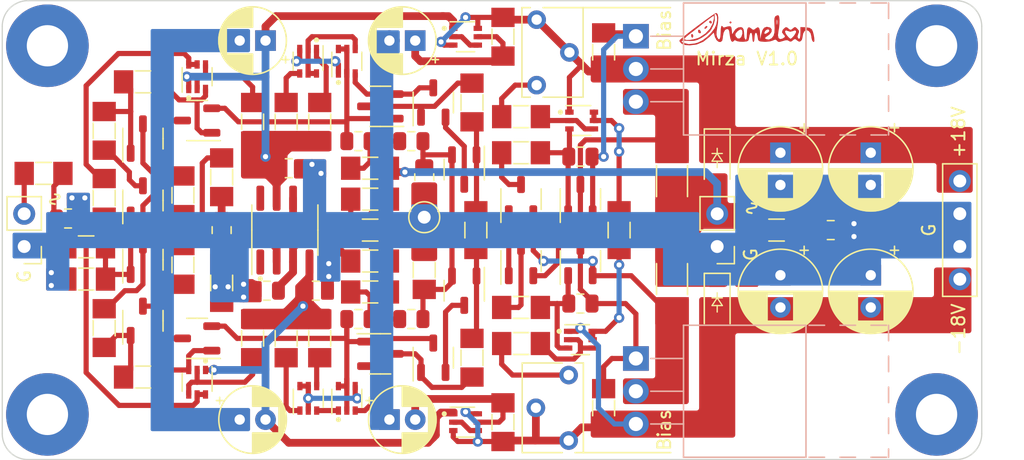
<source format=kicad_pcb>
(kicad_pcb (version 20221018) (generator pcbnew)
  (layers (0 "F.Cu" signal) (31 "B.Cu" signal) (34 "B.Paste" user) (35 "F.Paste" user) (36 "B.SilkS" user "B.Silkscreen") (37 "F.SilkS" user "F.Silkscreen") (38 "B.Mask" user) (39 "F.Mask" user) (44 "Edge.Cuts" user))
  (net 0 "")
  (net 1 "GND")
  (net 2 "Net-(Q10B-C2)")
  (net 6 "Net-(U1--)")
  (net 7 "Net-(U1-+)")
  (net 8 "Net-(C2-Pad2)")
  (net 9 "Net-(Q9B-E2)")
  (net 10 "Net-(Q9A-E1)")
  (net 11 "Net-(Q7-C)")
  (net 12 "Net-(Q7-B)")
  (net 13 "Net-(Q6-B)")
  (net 14 "Net-(Q5-E)")
  (net 15 "Net-(Q4-E)")
  (net 16 "Net-(Q4-C)")
  (net 17 "Net-(Q3-E)")
  (net 18 "Net-(Q3-C)")
  (net 19 "Net-(Q3-B)")
  (net 20 "Net-(Q2B-C2)")
  (net 21 "Net-(Q2A-C1)")
  (net 22 "Net-(Q2A-B1)")
  (net 23 "Net-(C3-Pad1)")
  (net 24 "Net-(Q23-C)")
  (net 25 "Net-(Q22-E)")
  (net 26 "Net-(Q22-C)")
  (net 27 "Net-(Q24-C)")
  (net 28 "Net-(Q25-E)")
  (net 29 "Net-(Q20B-C2)")
  (net 30 "Net-(Q20A-C1)")
  (net 31 "Net-(Q20A-B1)")
  (net 32 "Net-(Q1B-C2)")
  (net 33 "Net-(Q1A-C1)")
  (net 34 "Net-(Q1A-B1)")
  (net 35 "Net-(Q21B-C2)")
  (net 36 "Net-(C9-Pad2)")
  (net 37 "Net-(Q19A-B1)")
  (net 38 "Net-(Q17-E)")
  (net 39 "Net-(Q17-B)")
  (net 40 "Net-(Q16-C)")
  (net 41 "Net-(Q16-B)")
  (net 42 "Net-(Q15-C)")
  (net 43 "Net-(Q14-E)")
  (net 44 "Net-(Q13-E)")
  (net 45 "Net-(Q12B-E2)")
  (net 46 "Net-(Q12A-E1)")
  (net 47 "Net-(Q11B-E2)")
  (net 48 "Net-(Q11B-C2)")
  (net 49 "Net-(Q11A-E1)")
  (net 50 "Net-(Q11A-B1)")
  (net 51 "Net-(Q10B-E2)")
  (net 52 "Net-(Q10A-E1)")
  (net 53 "Net-(Q10A-B1)")
  (net 54 "Net-(C11-Pad2)")
  (net 55 "Net-(Q21A-C1)")
  (net 56 "Net-(C1-Pad2)")
  (net 57 "VCC")
  (net 58 "VEE")
  (net 59 "-18V")
  (net 60 "+18V")
  (net 61 "Amp_Out")
  (net 62 "Amp_FB")
  (net 63 "Net-(Q21A-B1)")
  (net 64 "Net-(J1-Pin_2)")
  (net 65 "Net-(Q23-E)")
  (net 66 "Net-(R25-Pad1)")
  (net 67 "Net-(R28-Pad2)")
  (net 68 "Net-(Q28B-B2)")
  (net 69 "Net-(Q28A-B1)")
  (net 70 "Net-(Q19B-B2)")
  (footprint "Resistor_SMD:R_MiniMELF_MMA-0204" (layer "F.Cu") (at 110.8 66.7 90)
    (fp_text reference "R19" hide)
    (fp_text value "100k" hide)
  )
  (footprint "Resistor_SMD:R_MiniMELF_MMA-0204" (layer "F.Cu") (at 93.5 58.3 90)
    (fp_text reference "R5" hide)
    (fp_text value "560" hide)
  )
  (footprint "Resistor_SMD:R_MiniMELF_MMA-0204" (layer "F.Cu") (at 80.6 68)
    (fp_text reference "R2" hide)
    (fp_text value "68" hide)
  )
  (footprint "Capacitor_THT:CP_Radial_D5.0mm_P2.00mm" (layer "F.Cu") (at 104.1 81.4)
    (fp_text reference "C21" hide)
    (fp_text value "68u" hide)
  )
  (footprint "Ariamelon-Device:C_0805_2012Metric" (layer "F.Cu") (at 91.1 66.7 90)
    (fp_text reference "C11" hide)
    (fp_text value "1u" hide)
  )
  (footprint "Ariamelon-Package:SOT-23-3" (layer "F.Cu") (at 89.2 58.2 180)
    (fp_text reference "Q5" hide)
    (fp_text value "2SC3324" hide)
  )
  (footprint "Capacitor_THT:CP_Radial_D5.0mm_P2.00mm" (layer "F.Cu") (at 106.1 52 180)
    (fp_text reference "C18" hide)
    (fp_text value "68u" hide)
  )
  (footprint "Resistor_SMD:R_MiniMELF_MMA-0204" (layer "F.Cu") (at 102.6 71.5)
    (fp_text reference "R16" hide)
    (fp_text value "2k2" hide)
  )
  (footprint "Resistor_SMD:R_MiniMELF_MMA-0204" (layer "F.Cu") (at 91.1 70.8 90)
    (fp_text reference "R34" hide)
    (fp_text value "1M" hide)
  )
  (footprint "Ariamelon-Package:SOT-23-3" (layer "F.Cu") (at 85 64.4 90)
    (fp_text reference "Q3" hide)
    (fp_text value "2SA1312" hide)
  )
  (footprint "Ariamelon-Device:C_0805_2012Metric" (layer "F.Cu") (at 118.9 61)
    (fp_text reference "C7" hide)
    (fp_text value "100p" hide)
  )
  (footprint "Ariamelon-Package:SOT-23-3" (layer "F.Cu") (at 107.5 76.6 90)
    (fp_text reference "Q18" hide)
    (fp_text value "2SC3324" hide)
  )
  (footprint "Resistor_SMD:R_MiniMELF_MMA-0204" (layer "F.Cu") (at 110.5 56.8 -90)
    (fp_text reference "R18" hide)
    (fp_text value "220" hide)
  )
  (footprint "Capacitor_THT:CP_Radial_D6.3mm_P2.50mm" (layer "F.Cu") (at 134.4 70.2 -90)
    (fp_text reference "C13" hide)
    (fp_text value "100u" hide)
  )
  (footprint "Ariamelon-Package:SOT-363_SC-70-6" (layer "F.Cu") (at 110 51.7)
    (fp_text reference "Q19" hide)
    (fp_text value "PMP4201Y" hide)
  )
  (footprint "Resistor_SMD:R_MiniMELF_MMA-0204" (layer "F.Cu") (at 114.3 60.7)
    (fp_text reference "R26" hide)
    (fp_text value "68" hide)
  )
  (footprint "Resistor_SMD:R_MiniMELF_MMA-0204" (layer "F.Cu") (at 77.3 62.3 180)
    (fp_text reference "R1" hide)
    (fp_text value "2k2" hide)
  )
  (footprint "Capacitor_THT:CP_Radial_D6.3mm_P2.50mm" (layer "F.Cu") (at 141.400001 70.2 -90)
    (fp_text reference "C15" hide)
    (fp_text value "100u" hide)
  )
  (footprint "MountingHole:MountingHole_3.2mm_M3_Pad" (layer "F.Cu") (at 77.6 52.4)
    (fp_text reference "H2" hide)
    (fp_text value "M3" hide)
  )
  (footprint "Resistor_SMD:R_MiniMELF_MMA-0204" (layer "F.Cu") (at 93.5 75.1 90)
    (fp_text reference "R10" hide)
    (fp_text value "560" hide)
  )
  (footprint "Resistor_SMD:R_MiniMELF_MMA-0204" (layer "F.Cu") (at 102.6075 66.7)
    (fp_text reference "R37" hide)
    (fp_text value "150" hide)
  )
  (footprint "Connector_PinHeader_2.54mm:PinHeader_1x02_P2.54mm_Vertical" (layer "F.Cu") (at 129.5 67.975 180)
    (fp_text reference "J2" hide)
    (fp_text value "Out" hide)
  )
  (footprint "Ariamelon-Package:SOT-23-3" (layer "F.Cu") (at 109.9 62 -90)
    (fp_text reference "Q16" hide)
    (fp_text value "2SA1312" hide)
  )
  (footprint "Resistor_SMD:R_MiniMELF_MMA-0204" (layer "F.Cu") (at 114.3 57.9)
    (fp_text reference "R25" hide)
    (fp_text value "220" hide)
  )
  (footprint "Ariamelon-Device:C_0805_2012Metric" (layer "F.Cu") (at 96.3 61.9)
    (fp_text reference "C16" hide)
    (fp_text value "100n" hide)
  )
  (footprint "Ariamelon-Device:C_0805_2012Metric" (layer "F.Cu") (at 138.3 66.7 180)
    (fp_text reference "C9" hide)
    (fp_text value "100p" hide)
  )
  (footprint "Ariamelon-Package:SOT-23-3" (layer "F.Cu") (at 107.5 56.8 90)
    (fp_text reference "Q15" hide)
    (fp_text value "2SA1312" hide)
  )
  (footprint "Resistor_SMD:R_MiniMELF_MMA-0204" (layer "F.Cu") (at 120.7 52.9 -90)
    (fp_text reference "R29" hide)
    (fp_text value "220" hide)
  )
  (footprint "Resistor_SMD:R_MiniMELF_MMA-0204" (layer "F.Cu") (at 106.8 69.8 -90)
    (fp_text reference "R23" hide)
    (fp_text value "1M" hide)
  )
  (footprint "Package_TO_SOT_SMD:SOT-363_SC-70-6" (layer "F.Cu") (at 97.814997 79.75 90)
    (fp_text reference "Q12" hide)
    (fp_text value "PMP4201Y" hide)
  )
  (footprint "Ariamelon-Logo:Ariamelon_Logo_Small_CU" (layer "F.Cu") (at 131.8 51.1)
    (fp_text reference "A1" hide)
    (fp_text value "Ariamelon Logo" hide)
  )
  (footprint "Ariamelon-Package:SOT-23-3" (layer "F.Cu") (at 114.3 64.3 90)
    (fp_text reference "Q22" hide)
    (fp_text value "2SA1312" hide)
  )
  (footprint "Capacitor_THT:CP_Radial_D6.3mm_P2.50mm" (layer "F.Cu") (at 134.4 60.7 -90)
    (fp_text reference "C12" hide)
    (fp_text value "100u" hide)
  )
  (footprint "Ariamelon-Package:SOT-23-3" (layer "F.Cu") (at 118.9 69.1 90)
    (fp_text reference "Q25" hide)
    (fp_text value "2SA1312" hide)
  )
  (footprint "Ariamelon-Package:SOT-363_SC-70-6" (layer "F.Cu") (at 119 58.2)
    (fp_text reference "Q20" hide)
    (fp_text value "PMP5201Y" hide)
  )
  (footprint "Ariamelon-Package:SOT-23-3" (layer "F.Cu") (at 89.2 75.1 180)
    (fp_text reference "Q8" hide)
    (fp_text value "2SA1312" hide)
  )
  (footprint "Ariamelon-Device:C_0805_2012Metric" (layer "F.Cu") (at 79.2 65.8 180)
    (fp_text reference "C1" hide)
    (fp_text value "100p" hide)
  )
  (footprint "MountingHole:MountingHole_3.2mm_M3_Pad" (layer "F.Cu") (at 77.6 81)
    (fp_text reference "H3" hide)
    (fp_text value "M3" hide)
  )
  (footprint "Ariamelon-Device:C_0805_2012Metric" (layer "F.Cu") (at 106.8 62.6 -90)
    (fp_text reference "C6" hide)
    (fp_text value "47p" hide)
  )
  (footprint "Ariamelon-Package:SOT-23-3" (layer "F.Cu") (at 85 73.7375 90)
    (fp_text reference "Q7" hide)
    (fp_text value "2SA1312" hide)
  )
  (footprint "Ariamelon-Package:SOT-23-3" (layer "F.Cu") (at 85 59.6 90)
    (fp_text reference "Q6" hide)
    (fp_text value "2SC3324" hide)
  )
  (footprint "Ariamelon-Device:C_0805_2012Metric" (layer "F.Cu") (at 105.8 73.6)
    (fp_text reference "C5" hide)
    (fp_text value "100p" hide)
  )
  (footprint "Resistor_SMD:R_MiniMELF_MMA-0204" (layer "F.Cu") (at 82 74.3 90)
    (fp_text reference "R8" hide)
    (fp_text value "10" hide)
  )
  (footprint "Ariamelon-Package:SOT-363_SC-70-6" (layer "F.Cu") (at 89.2 54.8 90)
    (fp_text reference "Q1" hide)
    (fp_text value "PMP5201Y" hide)
  )
  (footprint "Resistor_SMD:R_MiniMELF_MMA-0204" (layer "F.Cu") (at 120.7 80.5 90)
    (fp_text reference "R30" hide)
    (fp_text value "220" hide)
  )
  (footprint "Ariamelon-Package:SOT-363_SC-70-6" (layer "F.Cu") (at 118.9 75.2)
    (fp_text reference "Q21" hide)
    (fp_text value "PMP4201Y" hide)
  )
  (footprint "Resistor_SMD:R_MiniMELF_MMA-0204" (layer "F.Cu") (at 98.7 58.3 -90)
    (fp_text reference "R17" hide)
    (fp_text value "220" hide)
  )
  (footprint "Ariamelon-Package:SOT-23-3" (layer "F.Cu") (at 85 69 90)
    (fp_text reference "Q4" hide)
    (fp_text value "2SC3324" hide)
  )
  (footprint "Resistor_SMD:R_MiniMELF_MMA-0204" (layer "F.Cu") (at 85 78.1 180)
    (fp_text reference "R9" hide)
    (fp_text value "68" hide)
  )
  (footprint "Ariamelon-Device:C_0805_2012Metric" (layer "F.Cu") (at 101.7 73.6 180)
    (fp_text reference "C3" hide)
    (fp_text value "47p" hide)
  )
  (footprint "Resistor_SMD:R_MiniMELF_MMA-0204" (layer "F.Cu") (at 98.7 75.1 90)
    (fp_text reference "R14" hide)
    (fp_text value "560" hide)
  )
  (footprint "Ariamelon-Package:SOT-363_SC-70-6" (layer "F.Cu") (at 97.8 53.6 -90)
    (fp_text reference "Q9" hide)
    (fp_text value "PMP5201Y" hide)
  )
  (footprint "Ariamelon-Package:SOT-23-3" (layer "F.Cu") (at 103.4 57.1 180)
    (fp_text reference "Q13" hide)
    (fp_text value "2SC3324" hide)
  )
  (footprint "Ariamelon-Device:C_0805_2012Metric" (layer "F.Cu") (at 94.6 71.4)
    (fp_text reference "C10" hide)
    (fp_text value "1u" hide)
  )
  (footprint "Ariamelon-Package:SOT-363_SC-70-6" (layer "F.Cu") (at 110 81.6)
    (fp_text reference "Q28" hide)
    (fp_text value "PMP5201Y" hide)
  )
  (footprint "Resistor_SMD:R_MiniMELF_MMA-0204" (layer "F.Cu") (at 85 55.2)
    (fp_text reference "R6" hide)
    (fp_text value "68" hide)
  )
  (footprint "Ariamelon-Device:C_0805_2012Metric" (layer "F.Cu") (at 118.9 72.4 180)
    (fp_text reference "C8" hide)
    (fp_text value "100p" hide)
  )
  (footprint "Ariamelon-Device:D_SOD-123" (layer "F.Cu") (at 129.5 61.105 -90)
    (fp_text reference "D1" hide)
    (fp_text value "1N4148W" hide)
  )
  (footprint "Ariamelon-Package:SOT-363_SC-70-6" (layer "F.Cu") (at 100.799997 79.749998 90)
    (fp_text reference "Q11" hide)
    (fp_text value "PMP4201Y" hide)
  )
  (footprint "Ariamelon-Device:C_0805_2012Metric" (layer "F.Cu") (at 105.8 59.8)
    (fp_text reference "C4" hide)
    (fp_text value "100p" hide)
  )
  (footprint "Resistor_SMD:R_MiniMELF_MMA-0204" (layer "F.Cu") (at 88.1 69.4 90)
    (fp_text reference "R13" hide)
    (fp_text value "68" hide)
  )
  (footprint "Ariamelon-Header:PinHeader_1x04_P2.54mm_Vertical_MiddleGND" (layer "F.Cu") (at 148.3 66.7)
    (fp_text reference "J3" hide)
    (fp_text value "Power" hide)
  )
  (footprint "Resistor_SMD:R_MiniMELF_MMA-0204" (layer "F.Cu") (at 121.9 66.7 90)
    (fp_text reference "R24" hide)
    (fp_text value "100k" hide)
  )
  (footprint "Resistor_SMD:R_MiniMELF_MMA-0204" (layer "F.Cu") (at 112.9 81.6 90)
    (fp_text reference "R39" hide)
    (fp_text value "2k2" hide)
  )
  (footprint "Resistor_SMD:R_MiniMELF_MMA-0204" (layer "F.Cu") (at 91.1 62.6 90)
    (fp_text reference "R38" hide)
    (fp_text value "100k" hide)
  )
  (footprint "MountingHole:MountingHole_3.2mm_M3_Pad" (layer "F.Cu") (at 146.5 52.4)
    (fp_text reference "H5" hide)
    (fp_text value "M3" hide)
  )
  (footprint "Ariamelon-Package:SOT-363_SC-70-6" (layer "F.Cu") (at 100.8 53.6 90)
    (fp_text reference "Q10" hide)
    (fp_text value "PMP5201Y" hide)
  )
  (footprint "Potentiometer_THT:Potentiometer_Bourns_3266W_Vertical" (layer "F.Cu") (at 115.51 50.375 90)
    (fp_text reference "RV1" hide)
    (fp_text value "1k" hide)
  )
  (footprint "Ariamelon-Package:SOT-23-3" (layer "F.Cu") (at 109.9 71.4 -90)
    (fp_text reference "Q17" hide)
    (fp_text value "2SC3324" hide)
  )
  (footprint "Ariamelon-Device:D_SOD-123" (layer "F.Cu") (at 129.5 72.305 -90)
    (fp_text reference "D2" hide)
    (fp_text value "1N4148W" hide)
  )
  (footprint "Resistor_SMD:R_MiniMELF_MMA-0204" (layer "F.Cu") (at 88.1 64 90)
    (fp_text reference "R12" hide)
    (fp_text value "68" hide)
  )
  (footprint "Capacitor_THT:CP_Radial_D6.3mm_P2.50mm" (layer "F.Cu") (at 141.4 60.7 -90)
    (fp_text reference "C14" hide)
    (fp_text value "100u" hide)
  )
  (footprint "Resistor_SMD:R_MiniMELF_MMA-0204" (layer "F.Cu") (at 82 64.2 90)
    (fp_text reference "R4" hide)
    (fp_text value "100k" hide)
  )
  (footprint "Resistor_SMD:R_MiniMELF_MMA-0204" (layer "F.Cu") (at 102.6 64.3)
    (fp_text reference "R36" hide)
    (fp_text value "560" hide)
  )
  (footprint "MountingHole:MountingHole_3.2mm_M3_Pad" (layer "F.Cu") (at 146.5 81)
    (fp_text reference "H4" hide)
    (fp_text value "M3" hide)
  )
  (footprint "Resistor_SMD:R_MiniMELF_MMA-0204" (layer "F.Cu") (at 114.3 75.5 180)
    (fp_text reference "R28" hide)
    (fp_text value "220" hide)
  )
  (footprint "Capacitor_THT:CP_Radial_D5.0mm_P2.00mm" (layer "F.Cu") (at 92.5 81.4)
    (fp_text reference "C20" hide)
    (fp_text value "68u" hide)
  )
  (footprint "Ariamelon-Package:SOT-23-3" (layer "F.Cu") (at 114.3 69.1 90)
    (fp_text reference "Q23" hide)
    (fp_text value "2SC3324" hide)
  )
  (footprint "Potentiometer_THT:Potentiometer_Bourns_3266W_Vertical" (layer "F.Cu") (at 117.99 83.025 -90)
    (fp_text reference "RV2" hide)
    (fp_text value "1k" hide)
  )
  (footprint "Resistor_SMD:R_MiniMELF_MMA-0204" (layer "F.Cu") (at 112.9 51.7 -90)
    (fp_text reference "R22" hide)
    (fp_text value "2k2" hide)
  )
  (footprint "Ariamelon-Package:SOT-363_SC-70-6" (layer "F.Cu") (at 89.2 78.5 -90)
    (fp_text reference "Q2" hide)
    (fp_text value "PMP4201Y" hide)
  )
  (footprint "Resistor_SMD:R_MiniMELF_MMA-0204" (layer "F.Cu") (at 96.1 75.1 -90)
    (fp_text reference "R21" hide)
    (fp_text value "220" hide)
  )
  (footprint "Connector_PinHeader_2.54mm:PinHeader_1x02_P2.54mm_Vertical" (layer "F.Cu") (at 75.8 67.975 180)
    (fp_text reference "J1" hide)
    (fp_text value "In" hide)
  )
  (footprint "Resistor_SMD:R_MiniMELF_MMA-0204" (layer "F.Cu") (at 102.6 69.1)
    (fp_text reference "R35" hide)
    (fp_text value "1M" hide)
  )
  (footprint "Capacitor_THT:CP_Radial_D5.0mm_P2.00mm" (layer "F.Cu") (at 94.5 52 180)
    (fp_text reference "C19" hide)
    (fp_text value "68u" hide)
  )
  (footprint "Resistor_SMD:R_MELF_MMB-0207" (layer "F.Cu") (at 126 62.9 90)
    (fp_text reference "R31" hide)
    (fp_text value "0R33" hide)
  )
  (footprint "Resistor_SMD:R_MELF_MMB-0207" (layer "F.Cu") (at 126 70.5 90)
    (fp_text reference "R32" hide)
    (fp_text value "0R33" hide)
  )
  (footprint "Resistor_SMD:R_MiniMELF_MMA-0204" (layer "F.Cu") (at 134.1 66.7 180)
    (fp_text reference "R33" hide)
    (fp_text value "68" hide)
  )
  (footprint "TestPoint:TestPoint_THTPad_D2.0mm_Drill1.0mm" (layer "F.Cu") (at 106.8 65.7)
    (fp_text reference "H1" hide)
    (fp_text value "Star Ground" hide)
  )
  (footprint "Resistor_SMD:R_MiniMELF_MMA-0204" (layer "F.Cu") (at 96.1 58.3 90)
    (fp_text reference "R11" hide)
    (fp_text value "560" hide)
  )
  (footprint "Ariamelon-Package:SOIC-8_3.9x4.9mm_P1.27mm" (layer "F.Cu") (at 96 66.7 90)
    (fp_text reference "U1" hide)
    (fp_text value "OPA604" hide)
  )
  (footprint "Resistor_SMD:R_MiniMELF_MMA-0204" (layer "F.Cu") (at 102.6 61.9 180)
    (fp_text reference "R15" hide)
    (fp_text value "2k2" hide)
  )
  (footprint "Resistor_SMD:R_MiniMELF_MMA-0204" (layer "F.Cu") (at 114.3 72.7 180)
    (fp_text reference "R27" hide)
    (fp_text value "68" hide)
  )
  (footprint "Resistor_SMD:R_MiniMELF_MMA-0204" (layer "F.Cu") (at 80.6 70.5 180)
    (fp_text reference "R3" hide)
    (fp_text value "100k" hide)
  )
  (footprint "Ariamelon-Package:SOT-23-3" (layer "F.Cu") (at 103.4 76.3)
    (fp_text reference "Q14" hide)
    (fp_text value "2SA1312" hide)
  )
  (footprint "Ariamelon-Device:C_0805_2012Metric" (layer "F.Cu") (at 101.7 59.8)
    (fp_text reference "C2" hide)
    (fp_text value "47p" hide)
  )
  (footprint "Ariamelon-Package:SOT-23-3" (layer "F.Cu") (at 118.9 64.3 90)
    (fp_text reference "Q24" hide)
    (fp_text value "2SC3324" hide)
  )
  (footprint "Ariamelon-Device:C_0805_2012Metric" (layer "F.Cu") (at 98.4 71.4)
    (fp_text reference "C17" hide)
    (fp_text value "100n" hide)
  )
  (footprint "Resistor_SMD:R_MiniMELF_MMA-0204" (layer "F.Cu") (at 110.5 76.6 -90)
    (fp_text reference "R20" hide)
    (fp_text value "220" hide)
  )
  (footprint "Resistor_SMD:R_MiniMELF_MMA-0204" (layer "F.Cu") (at 82 59 90)
    (fp_text reference "R7" hide)
    (fp_text value "10" hide)
  )
  (footprint "Ariamelon-Package:TO-220-3_Horizontal_TabUp" (layer "B.Cu") (at 123.2 54.2 -90)
    (fp_text reference "Q26" hide)
    (fp_text value "D45H11" hide)
  )
  (footprint "Ariamelon-Package:TO-220-3_Horizontal_TabUp" (layer "B.Cu") (at 123.2 79.2 -90)
    (fp_text reference "Q27" hide)
    (fp_text value "D44H11" hide)
  )
  (gr_line (start 119.13 83.96) (end 125.9 83.96) (stroke (width 0.12)) (layer "F.SilkS"))
  (gr_line (start 119.11 49.44) (end 125.88 49.44) (stroke (width 0.12)) (layer "F.SilkS"))
  (gr_arc (start 150 82.5) (mid 149.414214 83.914214) (end 148 84.5) (stroke (width 0.1)) (layer "Edge.Cuts"))
  (gr_line (start 74.1 82.5) (end 74.1 50.9) (stroke (width 0.1)) (layer "Edge.Cuts"))
  (gr_arc (start 76.1 84.5) (mid 74.685786 83.914214) (end 74.100001 82.499999) (stroke (width 0.1)) (layer "Edge.Cuts"))
  (gr_line (start 148 84.5) (end 76.1 84.5) (stroke (width 0.1)) (layer "Edge.Cuts"))
  (gr_arc (start 148 48.9) (mid 149.414214 49.485786) (end 150 50.9) (stroke (width 0.1)) (layer "Edge.Cuts"))
  (gr_line (start 76.1 48.9) (end 148 48.9) (stroke (width 0.1)) (layer "Edge.Cuts"))
  (gr_arc (start 74.099999 50.899999) (mid 74.685785 49.485785) (end 76.1 48.9) (stroke (width 0.1)) (layer "Edge.Cuts"))
  (gr_line (start 150 50.9) (end 150 82.5) (stroke (width 0.1)) (layer "Edge.Cuts"))
  (gr_text "∿" (at 132.1 65 90) (layer "F.SilkS") (effects (font (size 1 1))))
  (gr_text "Bias" (at 125.4 49.5 90) (layer "F.SilkS") (effects (font (size 1 1)) (justify right)))
  (gr_text "Mirza V1.0" (at 131.8 53.4) (layer "F.SilkS") (effects (font (size 1 1))))
  (gr_text "Bias" (at 125.4 83.9 90) (layer "F.SilkS") (effects (font (size 1 1)) (justify left)))
  (gr_text "G" (at 145.9 66.7 90) (layer "F.SilkS") (effects (font (size 1 1))))
  (gr_text "G" (at 75.8 70.3 90) (layer "F.SilkS") (effects (font (size 1 1))))
  (gr_text "-18V" (at 148.2 74.4 90) (layer "F.SilkS") (effects (font (size 1 1))))
  (gr_text "+18V" (at 148.2 59.1 90) (layer "F.SilkS") (effects (font (size 1 1))))
  (gr_text "∿" (at 78.1 64.3 90) (layer "F.SilkS") (effects (font (size 1 1))))
  (gr_text "G" (at 132.1 68.6 90) (layer "F.SilkS") (effects (font (size 1 1))))
  (via (at 92.8 70.9) (size 0.8) (drill 0.4) (layers "F.Cu" "B.Cu") (net 1))
  (via (at 98.799999 62.3) (size 0.8) (drill 0.4) (layers "F.Cu" "B.Cu") (net 1))
  (via (at 90.6 71.1) (size 0.8) (drill 0.4) (layers "F.Cu" "B.Cu") (net 1))
  (via (at 92.8 71.9) (size 0.8) (drill 0.4) (layers "F.Cu" "B.Cu") (net 1))
  (via (at 77.9 70) (size 0.8) (drill 0.4) (layers "F.Cu" "B.Cu") (net 1))
  (via (at 91.6 71.1) (size 0.8) (drill 0.4) (layers "F.Cu" "B.Cu") (net 1))
  (via (at 99.4 70.3) (size 0.8) (drill 0.4) (layers "F.Cu" "B.Cu") (net 1))
  (via (at 140.1 66.2) (size 0.8) (drill 0.4) (layers "F.Cu" "B.Cu") (net 1))
  (via (at 80.5 64.2) (size 0.8) (drill 0.4) (layers "F.Cu" "B.Cu") (net 1))
  (via (at 99.4 69.3) (size 0.8) (drill 0.4) (layers "F.Cu" "B.Cu") (net 1))
  (via (at 79.5 64.2) (size 0.8) (drill 0.4) (layers "F.Cu" "B.Cu") (net 1))
  (via (at 77.900001 71) (size 0.8) (drill 0.4) (layers "F.Cu" "B.Cu") (net 1))
  (via (at 140.099999 67.200001) (size 0.8) (drill 0.4) (layers "F.Cu" "B.Cu") (net 1))
  (via (at 98.1 61.6) (size 0.8) (drill 0.4) (layers "F.Cu" "B.Cu") (net 1))
  (segment (start 101.45 55.25) (end 101.45 54.55) (width 0.4) (layer "F.Cu") (net 2))
  (segment (start 104.5375 56.15) (end 102.35 56.15) (width 0.4) (layer "F.Cu") (net 2))
  (segment (start 102.35 56.15) (end 101.45 55.25) (width 0.4) (layer "F.Cu") (net 2))
  (segment (start 105.95 56.15) (end 106.4375 55.6625) (width 0.4) (layer "F.Cu") (net 2))
  (segment (start 104.5375 56.15) (end 105.95 56.15) (width 0.4) (layer "F.Cu") (net 2))
  (segment (start 106.4375 55.6625) (end 107.5 55.6625) (width 0.4) (layer "F.Cu") (net 2))
  (segment (start 95.365 68.107881) (end 94.857119 67.6) (width 0.6) (layer "F.Cu") (net 6))
  (segment (start 95.365 69.175) (end 95.365 68.107881) (width 0.6) (layer "F.Cu") (net 6))
  (segment (start 94.857119 67.6) (end 91.1 67.6) (width 0.6) (layer "F.Cu") (net 6))
  (segment (start 91.1 67.6) (end 91.1 69.3) (width 0.6) (layer "F.Cu") (net 6))
  (segment (start 101.1 69.1) (end 99.6 67.6) (width 0.6) (layer "F.Cu") (net 7))
  (segment (start 99.6 67.6) (end 97.1 67.6) (width 0.6) (layer "F.Cu") (net 7))
  (segment (start 96.635 69.175) (end 96.635 69.965) (width 0.6) (layer "F.Cu") (net 7))
  (segment (start 97.1 67.6) (end 96.635 68.065) (width 0.6) (layer "F.Cu") (net 7))
  (segment (start 96.635 68.065) (end 96.635 69.175) (width 0.6) (layer "F.Cu") (net 7))
  (segment (start 96.635 69.965) (end 95.5 71.1) (width 0.6) (layer "F.Cu") (net 7))
  (segment (start 102.6 59.8) (end 104.9 59.8) (width 0.4) (layer "F.Cu") (net 8))
  (segment (start 102.6 59.8) (end 102.6 61.4) (width 0.4) (layer "F.Cu") (net 8))
  (segment (start 102.1 61.9) (end 101.1 61.9) (width 0.4) (layer "F.Cu") (net 8))
  (segment (start 102.6 61.4) (end 102.1 61.9) (width 0.4) (layer "F.Cu") (net 8))
  (segment (start 96.45 54.55) (end 96.1 54.9) (width 0.4) (layer "F.Cu") (net 9))
  (segment (start 97.15 54.55) (end 96.45 54.55) (width 0.4) (layer "F.Cu") (net 9))
  (segment (start 96.1 56.8) (end 96.1 54.9) (width 0.4) (layer "F.Cu") (net 9))
  (segment (start 99.2 54.050002) (end 99.2 56.3) (width 0.4) (layer "F.Cu") (net 10))
  (segment (start 98.45 53.300002) (end 99.2 54.050002) (width 0.4) (layer "F.Cu") (net 10))
  (segment (start 98.45 52.65) (end 98.45 53.300002) (width 0.4) (layer "F.Cu") (net 10))
  (segment (start 88.0625 75.1) (end 86.175 75.1) (width 0.4) (layer "F.Cu") (net 11))
  (segment (start 84.05 74.875) (end 82.925 74.875) (width 0.4) (layer "F.Cu") (net 12))
  (segment (start 81.9375 75.8375) (end 81.9 75.8) (width 0.4) (layer "F.Cu") (net 12))
  (segment (start 82.925 74.875) (end 82 75.8) (width 0.4) (layer "F.Cu") (net 12))
  (segment (start 84.05 74.875) (end 84.05 77.55) (width 0.4) (layer "F.Cu") (net 12))
  (segment (start 84.05 57.5) (end 84.05 55.75) (width 0.4) (layer "F.Cu") (net 13))
  (segment (start 84.05 57.5) (end 84.05 60.7375) (width 0.4) (layer "F.Cu") (net 13))
  (segment (start 82 57.5) (end 84.05 57.5) (width 0.4) (layer "F.Cu") (net 13))
  (segment (start 86.4 58.2) (end 88.0625 58.2) (width 0.4) (layer "F.Cu") (net 14))
  (segment (start 85.95 60.7375) (end 85.95 58.65) (width 0.4) (layer "F.Cu") (net 14))
  (segment (start 85.95 58.65) (end 86.4 58.2) (width 0.4) (layer "F.Cu") (net 14))
  (segment (start 83.6 71.4) (end 84.5 71.4) (width 0.4) (layer "F.Cu") (net 15))
  (segment (start 84.5 71.4) (end 85 70.9) (width 0.4) (layer "F.Cu") (net 15))
  (segment (start 85 70.9) (end 85 67.8625) (width 0.4) (layer "F.Cu") (net 15))
  (segment (start 82.2 72.8) (end 83.6 71.4) (width 0.4) (layer "F.Cu") (net 15))
  (segment (start 85 66.2) (end 85.95 67.15) (width 0.4) (layer "F.Cu") (net 16))
  (segment (start 86 62.5) (end 86 63.8) (width 0.4) (layer "F.Cu") (net 16))
  (segment (start 85 61.5) (end 86 62.5) (width 0.4) (layer "F.Cu") (net 16))
  (segment (start 85 64.8) (end 85 66.2) (width 0.4) (layer "F.Cu") (net 16))
  (segment (start 86 63.8) (end 85 64.8) (width 0.4) (layer "F.Cu") (net 16))
  (segment (start 85 58.4625) (end 85 61.5) (width 0.4) (layer "F.Cu") (net 16))
  (segment (start 88.1 62.5) (end 86 62.5) (width 0.4) (layer "F.Cu") (net 16))
  (segment (start 85.95 67.15) (end 85.95 70.1375) (width 0.4) (layer "F.Cu") (net 16))
  (segment (start 84.4125 63.2625) (end 83.95 62.8) (width 0.4) (layer "F.Cu") (net 17))
  (segment (start 85 63.2625) (end 84.4125 63.2625) (width 0.4) (layer "F.Cu") (net 17))
  (segment (start 83.95 62.2) (end 82.45 60.7) (width 0.4) (layer "F.Cu") (net 17))
  (segment (start 83.95 62.8) (end 83.95 62.2) (width 0.4) (layer "F.Cu") (net 17))
  (segment (start 86.7 70.9) (end 86.7 66.7) (width 0.4) (layer "F.Cu") (net 18))
  (segment (start 86.7 70.9) (end 86.7 71.8) (width 0.4) (layer "F.Cu") (net 18))
  (segment (start 86.7 66.7) (end 85.95 65.95) (width 0.4) (layer "F.Cu") (net 18))
  (segment (start 85 72.6) (end 85.9 72.6) (width 0.4) (layer "F.Cu") (net 18))
  (segment (start 85.9 72.6) (end 86.7 71.8) (width 0.4) (layer "F.Cu") (net 18))
  (segment (start 88.1 70.9) (end 86.7 70.9) (width 0.4) (layer "F.Cu") (net 18))
  (segment (start 84.05 70.1375) (end 84.05 65.5375) (width 0.4) (layer "F.Cu") (net 19))
  (segment (start 82.1 68) (end 82.1 70.5) (width 0.4) (layer "F.Cu") (net 19))
  (segment (start 84.05 70.1375) (end 82.4625 70.1375) (width 0.4) (layer "F.Cu") (net 19))
  (segment (start 88.55 76.45) (end 88.55 77.55) (width 0.4) (layer "F.Cu") (net 20))
  (segment (start 88.55 77.55) (end 87.05 77.55) (width 0.4) (layer "F.Cu") (net 20))
  (segment (start 90.3375 76.05) (end 88.95 76.05) (width 0.4) (layer "F.Cu") (net 20))
  (segment (start 88.95 76.05) (end 88.55 76.45) (width 0.4) (layer "F.Cu") (net 20))
  (segment (start 89.2 79.45) (end 89.2 80) (width 0.4) (layer "F.Cu") (net 21))
  (segment (start 80.6 77.75) (end 80.6 67.2) (width 0.4) (layer "F.Cu") (net 21))
  (segment (start 83.15 80.3) (end 80.6 77.75) (width 0.4) (layer "F.Cu") (net 21))
  (segment (start 89.2 80) (end 88.9 80.3) (width 0.4) (layer "F.Cu") (net 21))
  (segment (start 88.9 80.3) (end 83.15 80.3) (width 0.4) (layer "F.Cu") (net 21))
  (segment (start 89.2 79.45) (end 89.85 79.45) (width 0.4) (layer "F.Cu") (net 21))
  (segment (start 80.6 67.2) (end 82 65.8) (width 0.4) (layer "F.Cu") (net 21))
  (segment (start 89.2 78.5) (end 88.775 78.5) (width 0.4) (layer "F.Cu") (net 22))
  (segment (start 89.2 77.55) (end 89.2 78.5) (width 0.4) (layer "F.Cu") (net 22))
  (segment (start 93.5 77.9) (end 93.5 76.6) (width 0.4) (layer "F.Cu") (net 22))
  (segment (start 88.550001 78.724999) (end 88.55 79.45) (width 0.4) (layer "F.Cu") (net 22))
  (segment (start 89.2 78.5) (end 92.9 78.5) (width 0.4) (layer "F.Cu") (net 22))
  (segment (start 88.775 78.5) (end 88.550001 78.724999) (width 0.4) (layer "F.Cu") (net 22))
  (segment (start 92.9 78.5) (end 93.5 77.9) (width 0.4) (layer "F.Cu") (net 22))
  (segment (start 101.1 71.5) (end 102.3 71.5) (width 0.4) (layer "F.Cu") (net 23))
  (segment (start 102.9 73.6) (end 104.9 73.6) (width 0.4) (layer "F.Cu") (net 23))
  (segment (start 102.6 71.8) (end 102.6 73.6) (width 0.4) (layer "F.Cu") (net 23))
  (segment (start 102.3 71.5) (end 102.6 71.8) (width 0.4) (layer "F.Cu") (net 23))
  (segment (start 115.25 70.2375) (end 116.1625 70.2375) (width 0.4) (layer "F.Cu") (net 24))
  (segment (start 117.2 69.2) (end 117.2 67.9) (width 0.4) (layer "F.Cu") (net 24))
  (segment (start 116.1625 70.2375) (end 117.2 69.2) (width 0.4) (layer "F.Cu") (net 24))
  (segment (start 118.9 60.1) (end 118.9 63.1625) (width 0.4) (layer "F.Cu") (net 24))
  (segment (start 118.9 66.2) (end 118.9 63.1625) (width 0.4) (layer "F.Cu") (net 24))
  (segment (start 125.25 59.7) (end 119.3 59.7) (width 0.4) (layer "F.Cu") (net 24))
  (segment (start 117.2 67.9) (end 118.9 66.2) (width 0.4) (layer "F.Cu") (net 24))
  (segment (start 126 60.45) (end 125.25 59.7) (width 0.4) (layer "F.Cu") (net 24))
  (segment (start 119.3 59.7) (end 118.9 60.1) (width 0.4) (layer "F.Cu") (net 24))
  (segment (start 115.35 69.8) (end 115.35 69.85) (width 0.4) (layer "F.Cu") (net 24))
  (segment (start 112.8 60.7) (end 112.8 62.6) (width 0.4) (layer "F.Cu") (net 25))
  (segment (start 113.3625 63.1625) (end 114.3 63.1625) (width 0.4) (layer "F.Cu") (net 25))
  (segment (start 112.8 62.6) (end 113.3625 63.1625) (width 0.4) (layer "F.Cu") (net 25))
  (segment (start 115.25 68.3) (end 115.25 65.4375) (width 0.4) (layer "F.Cu") (net 26))
  (segment (start 122.8375 70.2375) (end 125.55 72.95) (width 0.4) (layer "F.Cu") (net 26))
  (segment (start 116.05 69.1) (end 115.25 68.3) (width 0.4) (layer "F.Cu") (net 26))
  (segment (start 119.85 70.2375) (end 122.8375 70.2375) (width 0.4) (layer "F.Cu") (net 26))
  (segment (start 119.85 69.15) (end 119.85 70.2375) (width 0.4) (layer "F.Cu") (net 26))
  (via (at 119.85 69.1) (size 0.8) (drill 0.4) (layers "F.Cu" "B.Cu") (net 26))
  (via (at 116.05 69.1) (size 0.8) (drill 0.4) (layers "F.Cu" "B.Cu") (net 26))
  (segment (start 116.05 69.1) (end 119.85 69.1) (width 0.4) (layer "B.Cu") (net 26))
  (segment (start 120.7 51.4) (end 122.94 51.4) (width 0.4) (layer "F.Cu") (net 27))
  (segment (start 119.85 62.1) (end 119.85 61.35) (width 0.4) (layer "F.Cu") (net 27))
  (segment (start 120.7 61) (end 119.8 61) (width 0.4) (layer "F.Cu") (net 27))
  (segment (start 119.85 65.4375) (end 119.85 62.1) (width 0.4) (layer "F.Cu") (net 27))
  (via (at 120.7 61) (size 0.8) (drill 0.4) (layers "F.Cu" "B.Cu") (net 27))
  (segment (start 121.4 52) (end 120.7 52.7) (width 0.4) (layer "B.Cu") (net 27))
  (segment (start 121.74 51.66) (end 121.4 52) (width 0.4) (layer "B.Cu") (net 27))
  (segment (start 123.2 51.66) (end 121.74 51.66) (width 0.4) (layer "B.Cu") (net 27))
  (segment (start 120.7 52.7) (end 120.7 61) (width 0.4) (layer "B.Cu") (net 27))
  (segment (start 123.2 73.2) (end 123.2 76.66) (width 0.4) (layer "F.Cu") (net 28))
  (segment (start 122.4 72.4) (end 123.2 73.2) (width 0.4) (layer "F.Cu") (net 28))
  (segment (start 120.7 79) (end 120.7 77.3) (width 0.4) (layer "F.Cu") (net 28))
  (segment (start 119.8 72.4) (end 122.4 72.4) (width 0.4) (layer "F.Cu") (net 28))
  (segment (start 118.9 67.9625) (end 118.9 71.3) (width 0.4) (layer "F.Cu") (net 28))
  (segment (start 121.34 76.66) (end 123.2 76.66) (width 0.4) (layer "F.Cu") (net 28))
  (segment (start 118.9 71.3) (end 119.8 72.2) (width 0.4) (layer "F.Cu") (net 28))
  (segment (start 120.7 77.3) (end 121.34 76.66) (width 0.4) (layer "F.Cu") (net 28))
  (segment (start 118.9 71.3) (end 119.5 71.9) (width 0.4) (layer "F.Cu") (net 28))
  (segment (start 118.05 58.85) (end 118.05 60.95) (width 0.4) (layer "F.Cu") (net 29))
  (segment (start 115.8 60.7) (end 117.7 60.7) (width 0.4) (layer "F.Cu") (net 29))
  (segment (start 116.1 61) (end 115.8 60.7) (width 0.4) (layer "F.Cu") (net 29))
  (segment (start 117.95 65.4375) (end 117.95 61.25) (width 0.4) (layer "F.Cu") (net 29))
  (segment (start 121.9 58.8) (end 121.3 58.2) (width 0.4) (layer "F.Cu") (net 30))
  (segment (start 119.95 58.2) (end 119.95 57.55) (width 0.4) (layer "F.Cu") (net 30))
  (segment (start 121.9 65.2) (end 121.9 60.6) (width 0.4) (layer "F.Cu") (net 30))
  (segment (start 121.8 65.2) (end 121.5 64.9) (width 0.4) (layer "F.Cu") (net 30))
  (segment (start 121.3 58.2) (end 119.95 58.2) (width 0.4) (layer "F.Cu") (net 30))
  (via (at 121.9 58.8) (size 0.8) (drill 0.4) (layers "F.Cu" "B.Cu") (net 30))
  (via (at 121.9 60.6) (size 0.8) (drill 0.4) (layers "F.Cu" "B.Cu") (net 30))
  (segment (start 121.9 58.8) (end 121.9 60.6) (width 0.4) (layer "B.Cu") (net 30))
  (segment (start 118.05 58.2) (end 118.6 58.2) (width 0.4) (layer "F.Cu") (net 31))
  (segment (start 118.05 58.2) (end 116.1 58.2) (width 0.4) (layer "F.Cu") (net 31))
  (segment (start 119.25 58.85) (end 119.95 58.85) (width 0.4) (layer "F.Cu") (net 31))
  (segment (start 118.6 58.2) (end 119.25 58.85) (width 0.4) (layer "F.Cu") (net 31))
  (segment (start 89.2 58.8) (end 89.55 59.15) (width 0.4) (layer "F.Cu") (net 32))
  (segment (start 87.8 56.6) (end 86.5 55.3) (width 0.4) (layer "F.Cu") (net 32))
  (segment (start 86.5 55.3) (end 86.5 55.2) (width 0.4) (layer "F.Cu") (net 32))
  (segment (start 89.85 56.297183) (end 89.547183 56.6) (width 0.4) (layer "F.Cu") (net 32))
  (segment (start 89.55 59.15) (end 90.3375 59.15) (width 0.4) (layer "F.Cu") (net 32))
  (segment (start 89.2 56.6) (end 89.2 58.8) (width 0.4) (layer "F.Cu") (net 32))
  (segment (start 89.85 55.75) (end 89.85 56.297183) (width 0.4) (layer "F.Cu") (net 32))
  (segment (start 89.547183 56.6) (end 89.2 56.6) (width 0.4) (layer "F.Cu") (net 32))
  (segment (start 89.2 56.6) (end 87.8 56.6) (width 0.4) (layer "F.Cu") (net 32))
  (segment (start 88.55 53.35) (end 88.55 53.85) (width 0.4) (layer "F.Cu") (net 33))
  (segment (start 89.2 53.85) (end 88.55 53.85) (width 0.4) (layer "F.Cu") (net 33))
  (segment (start 88.2 53) (end 88.55 53.35) (width 0.4) (layer "F.Cu") (net 33))
  (segment (start 80.6 61.6) (end 80.6 55.5) (width 0.4) (layer "F.Cu") (net 33))
  (segment (start 83.1 53) (end 88.2 53) (width 0.4) (layer "F.Cu") (net 33))
  (segment (start 80.6 55.5) (end 83.1 53) (width 0.4) (layer "F.Cu") (net 33))
  (segment (start 81.7 62.7) (end 80.6 61.6) (width 0.4) (layer "F.Cu") (net 33))
  (segment (start 89.85 53.85) (end 89.85 54.75) (width 0.4) (layer "F.Cu") (net 34))
  (segment (start 93.5 55.6) (end 92.7 54.8) (width 0.4) (layer "F.Cu") (net 34))
  (segment (start 89.425 54.8) (end 89.2 55.025) (width 0.4) (layer "F.Cu") (net 34))
  (segment (start 92.7 54.8) (end 89.425 54.8) (width 0.4) (layer "F.Cu") (net 34))
  (segment (start 93.5 56.8) (end 93.5 55.6) (width 0.4) (layer "F.Cu") (net 34))
  (segment (start 89.2 55.025) (end 89.2 55.75) (width 0.4) (layer "F.Cu") (net 34))
  (segment (start 117.1 75.675) (end 117.1 72.4) (width 0.4) (layer "F.Cu") (net 35))
  (segment (start 116.1 72.4) (end 117.1 72.4) (width 0.4) (layer "F.Cu") (net 35))
  (segment (start 117.95 75.85) (end 117.275 75.85) (width 0.4) (layer "F.Cu") (net 35))
  (segment (start 117.1 72.4) (end 118 72.4) (width 0.4) (layer "F.Cu") (net 35))
  (segment (start 117.95 70.2375) (end 117.95 72.35) (width 0.4) (layer "F.Cu") (net 35))
  (segment (start 115.8 72.7) (end 116.1 72.4) (width 0.4) (layer "F.Cu") (net 35))
  (segment (start 117.275 75.85) (end 117.1 75.675) (width 0.4) (layer "F.Cu") (net 35))
  (segment (start 110.35 52.35) (end 110.95 52.35) (width 0.4) (layer "F.Cu") (net 37))
  (segment (start 109.7 51.7) (end 110.35 52.35) (width 0.4) (layer "F.Cu") (net 37))
  (segment (start 109.05 51.7) (end 109.7 51.7) (width 0.4) (layer "F.Cu") (net 37))
  (segment (start 108.9625 72.5375) (end 108.45 73.05) (width 0.4) (layer "F.Cu") (net 38))
  (segment (start 108.45 77.7375) (end 108.45 73.05) (width 0.4) (layer "F.Cu") (net 38))
  (segment (start 109.8 72.5375) (end 108.9625 72.5375) (width 0.4) (layer "F.Cu") (net 38))
  (segment (start 110.85 70.2625) (end 110.85 74.75) (width 0.4) (layer "F.Cu") (net 39))
  (segment (start 110.85 70.2625) (end 110.85 68.25) (width 0.4) (layer "F.Cu") (net 39))
  (segment (start 106.7 61.6) (end 106.8 61.7) (width 0.4) (layer "F.Cu") (net 40))
  (segment (start 108.85 60.8625) (end 106.7625 60.8625) (width 0.4) (layer "F.Cu") (net 40))
  (segment (start 106.7 60.8) (end 106.7 61.6) (width 0.4) (layer "F.Cu") (net 40))
  (segment (start 106.7 73.6) (end 106.7 71.4) (width 0.4) (layer "F.Cu") (net 40))
  (segment (start 108.95 70.75) (end 108.4 71.3) (width 0.4) (layer "F.Cu") (net 40))
  (segment (start 113.35 70.2375) (end 113.35 66.7) (width 0.4) (layer "F.Cu") (net 40))
  (segment (start 106.8 59.9) (end 106.7 59.8) (width 0.4) (layer "F.Cu") (net 40))
  (segment (start 106.8 73.5) (end 106.7 73.6) (width 0.4) (layer "F.Cu") (net 40))
  (segment (start 106.7 59.8) (end 106.7 60.8) (width 0.4) (layer "F.Cu") (net 40))
  (segment (start 108.4 71.3) (end 106.8 71.3) (width 0.4) (layer "F.Cu") (net 40))
  (segment (start 108.95 70.2625) (end 108.95 60.8625) (width 0.4) (layer "F.Cu") (net 40))
  (segment (start 113.35 65.4375) (end 113.35 66.7) (width 0.4) (layer "F.Cu") (net 40))
  (segment (start 110.85 65.15) (end 110.8 65.2) (width 0.4) (layer "F.Cu") (net 41))
  (segment (start 110.85 60.8625) (end 110.85 65.15) (width 0.4) (layer "F.Cu") (net 41))
  (segment (start 110.85 60.8625) (end 110.85 58.65) (width 0.4) (layer "F.Cu") (net 41))
  (segment (start 109.9 60.2) (end 108.45 58.75) (width 0.4) (layer "F.Cu") (net 42))
  (segment (start 109.9 63.1375) (end 109.9 60.2) (width 0.4) (layer "F.Cu") (net 42))
  (segment (start 108.45 58.75) (end 108.45 57.9375) (width 0.4) (layer "F.Cu") (net 42))
  (segment (start 106.55 78.05) (end 107.4 78.9) (width 0.4) (layer "F.Cu") (net 43))
  (segment (start 109.7 78.9) (end 110.5 78.1) (width 0.4) (layer "F.Cu") (net 43))
  (segment (start 106.1 76.3) (end 106.55 76.75) (width 0.4) (layer "F.Cu") (net 43))
  (segment (start 106.55 76.75) (end 106.55 77.7375) (width 0.4) (layer "F.Cu") (net 43))
  (segment (start 104.5375 76.3) (end 106.1 76.3) (width 0.4) (layer "F.Cu") (net 43))
  (segment (start 107.4 78.9) (end 109.7 78.9) (width 0.4) (layer "F.Cu") (net 43))
  (segment (start 106.55 57.9375) (end 106.55 57.15) (width 0.4) (layer "F.Cu") (net 44))
  (segment (start 107.6 57.1) (end 102.2625 57.1) (width 0.4) (layer "F.Cu") (net 44))
  (segment (start 110.5 55.3) (end 109.4 55.3) (width 0.4) (layer "F.Cu") (net 44))
  (segment (start 109.4 55.3) (end 107.6 57.1) (width 0.4) (layer "F.Cu") (net 44))
  (segment (start 98.464997 78.8) (end 98.464997 76.835003) (width 0.4) (layer "F.Cu") (net 45))
  (segment (start 96.1 80.400002) (end 96.1 76.6) (width 0.4) (layer "F.Cu") (net 46))
  (segment (start 96.1 80.400002) (end 96.399998 80.7) (width 0.4) (layer "F.Cu") (net 46))
  (segment (start 97.164997 80.7) (end 96.399998 80.7) (width 0.4) (layer "F.Cu") (net 46))
  (segment (start 97.814997 79.75) (end 97.814998 80.699997) (width 0.4) (layer "F.Cu") (net 47))
  (segment (start 101.449997 78.799997) (end 101.449998 79.599997) (width 0.4) (layer "F.Cu") (net 47))
  (segment (start 97.814999 78.799998) (end 97.164998 78.799998) (width 0.4) (layer "F.Cu") (net 47))
  (segment (start 97.814999 78.799998) (end 97.814997 79.75) (width 0.4) (layer "F.Cu") (net 47))
  (segment (start 101.449998 79.599997) (end 101.599997 79.749998) (width 0.4) (layer "F.Cu") (net 47))
  (via (at 97.814997 79.75) (size 0.8) (drill 0.4) (layers "F.Cu" "B.Cu") (net 47))
  (via (at 101.599997 79.749998) (size 0.8) (drill 0.4) (layers "F.Cu" "B.Cu") (net 47))
  (segment (start 97.814997 79.75) (end 101.514998 79.749997) (width 0.4) (layer "B.Cu") (net 47))
  (segment (start 102.2625 77.25) (end 103.35 77.25) (width 0.4) (layer "F.Cu") (net 48))
  (segment (start 103.4 75.65) (end 103.9375 75.1125) (width 0.4) (layer "F.Cu") (net 48))
  (segment (start 102.200002 80.699998) (end 103.4 79.5) (width 0.4) (layer "F.Cu") (net 48))
  (segment (start 103.9375 75.1125) (end 107.15 75.1125) (width 0.4) (layer "F.Cu") (net 48))
  (segment (start 101.449997 80.699998) (end 102.200002 80.699998) (width 0.4) (layer "F.Cu") (net 48))
  (segment (start 103.4 79.5) (end 103.4 75.65) (width 0.4) (layer "F.Cu") (net 48))
  (segment (start 98.464997 80.699997) (end 100.149997 80.699998) (width 0.4) (layer "F.Cu") (net 49))
  (segment (start 100.85 75.35) (end 102.2625 75.35) (width 0.4) (layer "F.Cu") (net 50))
  (segment (start 100.8 78.249997) (end 100.799997 78.25) (width 0.4) (layer "F.Cu") (net 50))
  (segment (start 100.8 75.1) (end 100.8 74.3) (width 0.4) (layer "F.Cu") (net 50))
  (segment (start 100.799997 78.25) (end 100.799997 78.799998) (width 0.4) (layer "F.Cu") (net 50))
  (segment (start 92.3 75.1) (end 100.8 75.1) (width 0.4) (layer "F.Cu") (net 50))
  (segment (start 100.8 78.8) (end 100.799999 80.699999) (width 0.4) (layer "F.Cu") (net 50))
  (segment (start 100.8 78.599997) (end 100.8 75.4) (width 0.4) (layer "F.Cu") (net 50))
  (segment (start 91.35 74.15) (end 92.3 75.1) (width 0.4) (layer "F.Cu") (net 50))
  (segment (start 100.8 75.3) (end 100.8 74.4) (width 0.4) (layer "F.Cu") (net 50))
  (segment (start 100.149997 78.799998) (end 100.799997 78.799998) (width 0.4) (layer "F.Cu") (net 50))
  (segment (start 90.3375 74.15) (end 91.35 74.15) (width 0.4) (layer "F.Cu") (net 50))
  (segment (start 97.8 54.55) (end 98.45 54.55) (width 0.4) (layer "F.Cu") (net 51))
  (segment (start 101.45 51.925) (end 101.225 51.7) (width 0.4) (layer "F.Cu") (net 51))
  (segment (start 101.45 52.65) (end 101.45 51.925) (width 0.4) (layer "F.Cu") (net 51))
  (segment (start 101.225 51.7) (end 98.1 51.7) (width 0.4) (layer "F.Cu") (net 51))
  (segment (start 97.8 52.65) (end 97.8 54.55) (width 0.4) (layer "F.Cu") (net 51))
  (segment (start 98.1 51.7) (end 97.8 52) (width 0.4) (layer "F.Cu") (net 51))
  (segment (start 97.8 52) (end 97.8 52.65) (width 0.4) (layer "F.Cu") (net 51))
  (segment (start 97.15 53.35) (end 96.9 53.6) (width 0.4) (layer "F.Cu") (net 52))
  (segment (start 97.15 52.65) (end 97.15 53.35) (width 0.4) (layer "F.Cu") (net 52))
  (segment (start 100.15 53.85) (end 99.9 53.6) (width 0.4) (layer "F.Cu") (net 52))
  (segment (start 100.15 54.55) (end 100.15 53.85) (width 0.4) (layer "F.Cu") (net 52))
  (via (at 99.9 53.6) (size 0.8) (drill 0.4) (layers "F.Cu" "B.Cu") (net 52))
  (via (at 96.9 53.6) (size 0.8) (drill 0.4) (layers "F.Cu" "B.Cu") (net 52))
  (segment (start 96.9 53.6) (end 99.9 53.6) (width 0.4) (layer "B.Cu") (net 52))
  (segment (start 91.35 57.25) (end 92.4 58.3) (width 0.4) (layer "F.Cu") (net 53))
  (segment (start 100.8 54.55) (end 100.8 52.65) (width 0.4) (layer "F.Cu") (net 53))
  (segment (start 100.8 52.65) (end 100.15 52.65) (width 0.4) (layer "F.Cu") (net 53))
  (segment (start 100.8 54.25) (end 100.8 58.3) (width 0.4) (layer "F.Cu") (net 53))
  (segment (start 92.4 58.3) (end 100.8 58.3) (width 0.4) (layer "F.Cu") (net 53))
  (segment (start 104.5375 58.05) (end 100.85 58.05) (width 0.4) (layer "F.Cu") (net 53))
  (segment (start 100.8 58.3) (end 100.8 59.1) (width 0.4) (layer "F.Cu") (net 53))
  (segment (start 90.3375 57.25) (end 91.35 57.25) (width 0.4) (layer "F.Cu") (net 53))
  (segment (start 91.1 65.8) (end 96.3 65.8) (width 0.6) (layer "F.Cu") (net 54))
  (segment (start 91.1 65.8) (end 91.1 64.1) (width 0.6) (layer "F.Cu") (net 54))
  (segment (start 96.635 64.225) (end 96.635 65.465) (width 0.6) (layer "F.Cu") (net 54))
  (segment (start 96.635 65.465) (end 96.3 65.8) (width 0.6) (layer "F.Cu") (net 54))
  (segment (start 119.85 74.55) (end 119.85 75.2) (width 0.4) (layer "F.Cu") (net 55))
  (segment (start 121.9 68.2) (end 121.9 69.4) (width 0.4) (layer "F.Cu") (net 55))
  (segment (start 120.85 74.55) (end 119.85 74.55) (width 0.4) (layer "F.Cu") (net 55))
  (segment (start 121.9 73.5) (end 120.85 74.55) (width 0.4) (layer "F.Cu") (net 55))
  (via (at 121.9 73.5) (size 0.8) (drill 0.4) (layers "F.Cu" "B.Cu") (net 55))
  (via (at 121.9 69.4) (size 0.8) (drill 0.4) (layers "F.Cu" "B.Cu") (net 55))
  (segment (start 121.9 69.4) (end 121.9 73.5) (width 0.4) (layer "B.Cu") (net 55))
  (segment (start 78.1 66.8) (end 79.1 67.8) (width 0.4) (layer "F.Cu") (net 56))
  (segment (start 78.1 63.3) (end 78.1 66.8) (width 0.4) (layer "F.Cu") (net 56))
  (segment (start 78.8 62.6) (end 78.1 63.3) (width 0.4) (layer "F.Cu") (net 56))
  (segment (start 88.55 54.95) (end 88.4 54.8) (width 0.4) (layer "F.Cu") (net 57))
  (segment (start 94.5 50.9) (end 94.5 52) (width 0.6) (layer "F.Cu") (net 57))
  (segment (start 88.55 55.75) (end 88.55 54.95) (width 0.4) (layer "F.Cu") (net 57))
  (segment (start 95.665 60.235) (end 96.1 59.8) (width 0.6) (layer "F.Cu") (net 57))
  (segment (start 108.3 50.1) (end 95.3 50.1) (width 0.6) (layer "F.Cu") (net 57))
  (segment (start 95.3 50.1) (end 94.5 50.9) (width 0.6) (layer "F.Cu") (net 57))
  (via (at 88.4 54.8) (size 0.8) (drill 0.4) (layers "F.Cu" "B.Cu") (net 57))
  (via (at 94.5 61) (size 0.8) (drill 0.4) (layers "F.Cu" "B.Cu") (net 57))
  (segment (start 94.5 54.8) (end 88.4 54.8) (width 0.6) (layer "B.Cu") (net 57))
  (segment (start 94.5 52) (end 94.5 54.8) (width 0.6) (layer "B.Cu") (net 57))
  (segment (start 94.5 61) (end 94.5 54.8) (width 0.6) (layer "B.Cu") (net 57))
  (segment (start 105.5 83.2) (end 107.1 83.2) (width 0.6) (layer "F.Cu") (net 58))
  (segment (start 107.5 82.8) (end 107.7 82.6) (width 0.6) (layer "F.Cu") (net 58))
  (segment (start 107.7 82.6) (end 107.7 81.4) (width 0.6) (layer "F.Cu") (net 58))
  (segment (start 90.5 77.55) (end 89.85 77.55) (width 0.4) (layer "F.Cu") (net 58))
  (segment (start 96.3 83.2) (end 105.5 83.2) (width 0.6) (layer "F.Cu") (net 58))
  (segment (start 107.1 83.2) (end 107.5 82.8) (width 0.6) (layer "F.Cu") (net 58))
  (segment (start 94.5 81.4) (end 96.3 83.2) (width 0.6) (layer "F.Cu") (net 58))
  (via (at 97.4 72.6) (size 0.8) (drill 0.4) (layers "F.Cu" "B.Cu") (net 58))
  (via (at 90.5 77.55) (size 0.8) (drill 0.4) (layers "F.Cu" "B.Cu") (net 58))
  (segment (start 90.5 77.55) (end 94.45 77.55) (width 0.6) (layer "B.Cu") (net 58))
  (segment (start 94.5 81.4) (end 94.5 77.5) (width 0.6) (layer "B.Cu") (net 58))
  (segment (start 94.5 77.5) (end 94.5 75.5) (width 0.6) (layer "B.Cu") (net 58))
  (segment (start 94.5 75.5) (end 97.4 72.6) (width 0.6) (layer "B.Cu") (net 58))
  (segment (start 110.95 80.95) (end 110.15 80.95) (width 0.4) (layer "F.Cu") (net 59))
  (segment (start 115.4 83.025) (end 112.975 83.025) (width 0.6) (layer "F.Cu") (net 59))
  (segment (start 117.95 74.55) (end 118.65 74.55) (width 0.4) (layer "F.Cu") (net 59))
  (segment (start 109.05 82.75) (end 109.05 82.25) (width 0.4) (layer "F.Cu") (net 59))
  (segment (start 109.4 83.1) (end 109.05 82.75) (width 0.4) (layer "F.Cu") (net 59))
  (segment (start 110.15 80.95) (end 110 80.8) (width 0.4) (layer "F.Cu") (net 59))
  (segment (start 110.95 83.05) (end 111 83.1) (width 0.4) (layer "F.Cu") (net 59))
  (segment (start 110.95 83.1) (end 109.4 83.1) (width 0.4) (layer "F.Cu") (net 59))
  (segment (start 112.9 83.1) (end 110.95 83.1) (width 0.4) (layer "F.Cu") (net 59))
  (segment (start 119.015 82) (end 117.99 83.025) (width 0.6) (layer "F.Cu") (net 59))
  (segment (start 115.45 80.485) (end 115.45 82.975) (width 0.6) (layer "F.Cu") (net 59))
  (segment (start 118.65 74.55) (end 118.9 74.3) (width 0.4) (layer "F.Cu") (net 59))
  (segment (start 117.99 83.025) (end 115.4 83.025) (width 0.6) (layer "F.Cu") (net 59))
  (segment (start 120.7 82) (end 119.015 82) (width 0.6) (layer "F.Cu") (net 59))
  (via (at 118.9 74.3) (size 0.8) (drill 0.4) (layers "F.Cu" "B.Cu") (net 59))
  (via (at 110.95 83.1) (size 0.8) (drill 0.4) (layers "F.Cu" "B.Cu") (net 59))
  (via (at 110 80.8) (size 0.8) (drill 0.4) (layers "F.Cu" "B.Cu") (net 59))
  (segment (start 120.3 75.7) (end 120.3 80.5) (width 0.4) (layer "B.Cu") (net 59))
  (segment (start 121.54 81.74) (end 123.2 81.74) (width 0.4) (layer "B.Cu") (net 59))
  (segment (start 118.9 74.3) (end 120.3 75.7) (width 0.4) (layer "B.Cu") (net 59))
  (segment (start 110.95 81.75) (end 110 80.8) (width 0.4) (layer "B.Cu") (net 59))
  (segment (start 110.95 83.05) (end 110.95 81.75) (width 0.4) (layer "B.Cu") (net 59))
  (segment (start 120.3 80.5) (end 121.54 81.74) (width 0.4) (layer "B.Cu") (net 59))
  (segment (start 118.05 54.85) (end 119.0175 53.8825) (width 0.4) (layer "F.Cu") (net 60))
  (segment (start 118.05 52.915) (end 115.51 50.375) (width 0.6) (layer "F.Cu") (net 60))
  (segment (start 120.7 54.4) (end 119.535 54.4) (width 0.6) (layer "F.Cu") (net 60))
  (segment (start 108.35 52.35) (end 108.1 52.1) (width 0.4) (layer "F.Cu") (net 60))
  (segment (start 119.535 54.4) (end 119.0175 53.8825) (width 0.6) (layer "F.Cu") (net 60))
  (segment (start 119.0175 53.8825) (end 118.05 52.915) (width 0.6) (layer "F.Cu") (net 60))
  (segment (start 118.05 57.55) (end 118.05 54.85) (width 0.4) (layer "F.Cu") (net 60))
  (segment (start 115.51 50.375) (end 113.075 50.375) (width 0.6) (layer "F.Cu") (net 60))
  (segment (start 109.05 52.35) (end 108.35 52.35) (width 0.4) (layer "F.Cu") (net 60))
  (segment (start 110 50.2) (end 112.9 50.2) (width 0.4) (layer "F.Cu") (net 60))
  (segment (start 110.95 51.05) (end 110.95 50.25) (width 0.4) (layer "F.Cu") (net 60))
  (via (at 110 50.2) (size 0.8) (drill 0.4) (layers "F.Cu" "B.Cu") (net 60))
  (via (at 108.1 52.1) (size 0.8) (drill 0.4) (layers "F.Cu" "B.Cu") (net 60))
  (segment (start 110 50.2) (end 108.1 52.1) (width 0.4) (layer "B.Cu") (net 60))
  (segment (start 104.1075 71.4925) (end 104.1 71.5) (width 0.4) (layer "F.Cu") (net 61))
  (segment (start 105.3 62.2) (end 104.4 62.2) (width 0.6) (layer "F.Cu") (net 61))
  (segment (start 104.1075 64.3) (end 104.1075 64.3075) (width 0.4) (layer "F.Cu") (net 61))
  (segment (start 104.4075 68.8) (end 104.1075 69.1) (width 0.4) (layer "F.Cu") (net 61))
  (segment (start 102.5 67.7) (end 102.5 65.7) (width 0.6) (layer "F.Cu") (net 61))
  (segment (start 104.1 69.3) (end 102.5 67.7) (width 0.6) (layer "F.Cu") (net 61))
  (segment (start 104.1 64.1) (end 104.1 61.5) (width 0.6) (layer "F.Cu") (net 61))
  (segment (start 104.1 69.3) (end 104.1 71.9) (width 0.6) (layer "F.Cu") (net 61))
  (segment (start 102.5 65.7) (end 104.1 64.1) (width 0.6) (layer "F.Cu") (net 61))
  (via (at 105.3 62.2) (size 0.8) (drill 0.4) (layers "F.Cu" "B.Cu") (net 61))
  (segment (start 128.6 62.2) (end 129.5 63.1) (width 0.6) (layer "B.Cu") (net 61))
  (segment (start 105.3 62.2) (end 128.6 62.2) (width 0.6) (layer "B.Cu") (net 61))
  (segment (start 129.5 63.1) (end 129.5 65.435) (width 0.6) (layer "B.Cu") (net 61))
  (segment (start 91.1 61.1) (end 90 61.1) (width 0.4) (layer "F.Cu") (net 62))
  (segment (start 88.1 65.5) (end 88.1 66.7) (width 0.4) (layer "F.Cu") (net 62))
  (segment (start 101.1075 66.7) (end 89.6 66.7) (width 0.4) (layer "F.Cu") (net 62))
  (segment (start 89.6 66.7) (end 88.1 66.7) (width 0.4) (layer "F.Cu") (net 62))
  (segment (start 88.1 66.7) (end 88.1 67.9) (width 0.4) (layer "F.Cu") (net 62))
  (segment (start 89.6 61.5) (end 89.6 66.7) (width 0.4) (layer "F.Cu") (net 62))
  (segment (start 90 61.1) (end 89.6 61.5) (width 0.4) (layer "F.Cu") (net 62))
  (segment (start 101.1075 64.3) (end 101.1075 66.7) (width 0.4) (layer "F.Cu") (net 62))
  (segment (start 118.7 75.2) (end 118.9 75.4) (width 0.4) (layer "F.Cu") (net 63))
  (segment (start 117.95 75.2) (end 118.7 75.2) (width 0.4) (layer "F.Cu") (net 63))
  (segment (start 119.85 75.85) (end 118.95 75.85) (width 0.4) (layer "F.Cu") (net 63))
  (segment (start 117 76.7) (end 115.8 75.5) (width 0.4) (layer "F.Cu") (net 63))
  (segment (start 118.9 76.2) (end 118.4 76.7) (width 0.4) (layer "F.Cu") (net 63))
  (segment (start 118.9 75.4) (end 118.9 76.2) (width 0.4) (layer "F.Cu") (net 63))
  (segment (start 118.4 76.7) (end 117 76.7) (width 0.4) (layer "F.Cu") (net 63))
  (segment (start 75.8 65.435) (end 75.8 62.3) (width 0.4) (layer "F.Cu") (net 64))
  (segment (start 114.1 72.7) (end 112.8 72.7) (width 0.4) (layer "F.Cu") (net 65))
  (segment (start 114.3 67.9625) (end 114.3 72.5) (width 0.4) (layer "F.Cu") (net 65))
  (segment (start 114.3 72.5) (end 114.1 72.7) (width 0.4) (layer "F.Cu") (net 65))
  (segment (start 113.845 55.455) (end 112.8 56.5) (width 0.4) (layer "F.Cu") (net 66))
  (segment (start 115.51 55.455) (end 113.845 55.455) (width 0.4) (layer "F.Cu") (net 66))
  (segment (start 112.8 56.5) (end 112.8 57.9) (width 0.4) (layer "F.Cu") (net 66))
  (segment (start 117.99 77.945) (end 113.645 77.945) (width 0.4) (layer "F.Cu") (net 67))
  (segment (start 112.8 77.1) (end 113.645 77.945) (width 0.4) (layer "F.Cu") (net 67))
  (segment (start 112.8 75.5) (end 112.8 77.1) (width 0.4) (layer "F.Cu") (net 67))
  (segment (start 112.9 81.3) (end 112.9 80.1) (width 0.4) (layer "F.Cu") (net 68))
  (segment (start 106.5 79.8) (end 112.6 79.8) (width 0.6) (layer "F.Cu") (net 68))
  (segment (start 112.6 81.6) (end 112.9 81.3) (width 0.4) (layer "F.Cu") (net 68))
  (segment (start 110.95 81.6) (end 112.6 81.6) (width 0.4) (layer "F.Cu") (net 68))
  (segment (start 106.1 81.4) (end 106.1 80.2) (width 0.6) (layer "F.Cu") (net 68))
  (segment (start 106.1 80.2) (end 106.5 79.8) (width 0.6) (layer "F.Cu") (net 68))
  (segment (start 109.05 81.6) (end 109.7 81.6) (width 0.4) (layer "F.Cu") (net 69))
  (segment (start 109.7 81.6) (end 110.35 82.25) (width 0.4) (layer "F.Cu") (net 69))
  (segment (start 110.35 82.25) (end 110.95 82.25) (width 0.4) (layer "F.Cu") (net 69))
  (segment (start 106.1 53.2) (end 106.5 53.6) (width 0.6) (layer "F.Cu") (net 70))
  (segment (start 112.9 52.2) (end 112.9 53.2) (width 0.4) (layer "F.Cu") (net 70))
  (segment (start 106.1 51.8) (end 106.1 53.2) (width 0.6) (layer "F.Cu") (net 70))
  (segment (start 112.4 51.7) (end 112.9 52.2) (width 0.4) (layer "F.Cu") (net 70))
  (segment (start 110.95 51.7) (end 112.4 51.7) (width 0.4) (layer "F.Cu") (net 70))
  (segment (start 106.5 53.6) (end 112.5 53.6) (width 0.6) (layer "F.Cu") (net 70))
  (zone (net 58) (net_name "VEE") (layer "F.Cu") (priority 7) (connect_pads yes (clearance 0.2)) (min_thickness 0.2) (fill yes (thermal_gap 0.5) (thermal_bridge_width 0.5) (smoothing fillet) (radius 0.2))
    (polygon (pts (xy 109.375 81.15) (xy 109.375 80.55) (xy 107.975 80.55) (xy 107.4 81.125) (xy 107.4 81.675) (xy 108 81.675) (xy 108 81.375) (xy 108.225 81.15)))
  )
  (zone (net 36) (net_name "Net-(C9-Pad2)") (layer "F.Cu") (priority 9) (connect_pads yes (clearance 0.5)) (min_thickness 0.25) (fill yes (thermal_gap 0.5) (thermal_bridge_width 0.5) (smoothing fillet) (radius 0.2) (island_removal_mode 1) (island_area_min 10))
    (polygon (pts (xy 134.85 65.8) (xy 137.9 65.8) (xy 137.9 67.6) (xy 134.85 67.6)))
  )
  (zone (net 1) (net_name "GND") (layer "F.Cu") (connect_pads yes (clearance 0.5)) (min_thickness 0.25) (fill yes (thermal_gap 0.5) (thermal_bridge_width 0.5))
    (polygon (pts (xy 140.500001 67.600002) (xy 138.700001 67.600001) (xy 138.700001 65.799999) (xy 140.5 65.8)))
  )
  (zone (net 26) (net_name "Net-(Q22-C)") (layer "F.Cu") (priority 2) (connect_pads yes (clearance 0.5)) (min_thickness 0.25) (fill yes (thermal_gap 0.5) (thermal_bridge_width 0.5) (smoothing fillet) (radius 0.2))
    (polygon (pts (xy 127.3 71.9) (xy 127.3 80.2) (xy 122.2 80.2) (xy 122.2 78.2) (xy 124.7 78.2) (xy 124.7 71.9)))
  )
  (zone (net 61) (net_name "Amp_Out") (layer "F.Cu") (priority 3) (connect_pads yes (clearance 0.5)) (min_thickness 0.25) (fill yes (thermal_gap 0.5) (thermal_bridge_width 0.5) (smoothing fillet) (radius 0.2))
    (polygon (pts (xy 124.7 62.3) (xy 124.7 71.1) (xy 130.3 71.1) (xy 130.3 69.4) (xy 128.3 69.4) (xy 128.3 66.6) (xy 131.85 66.6) (xy 131.85 67.6) (xy 133.35 67.6) (xy 133.35 64.6) (xy 130.3 64.6) (xy 130.3 62.3)))
  )
  (zone (net 1) (net_name "GND") (layer "F.Cu") (connect_pads yes (clearance 0.5)) (min_thickness 0.25) (fill yes (thermal_gap 0.5) (thermal_bridge_width 0.5))
    (polygon (pts (xy 99.799999 72.1) (xy 98.8 72.1) (xy 98.8 68.900001) (xy 99.799999 68.9)))
  )
  (zone (net 24) (net_name "Net-(Q23-C)") (layer "F.Cu") (priority 2) (connect_pads yes (clearance 0.5)) (min_thickness 0.25) (fill yes (thermal_gap 0.5) (thermal_bridge_width 0.5) (smoothing fillet) (radius 0.2))
    (polygon (pts (xy 122.2 55.75) (xy 122.2 57.75) (xy 124.7 57.75) (xy 124.7 61.5) (xy 127.3 61.5) (xy 127.3 55.75)))
  )
  (zone (net 59) (net_name "-18V") (layer "F.Cu") (priority 1) (connect_pads yes (clearance 0.5)) (min_thickness 0.25) (fill yes (thermal_gap 0.5) (thermal_bridge_width 0.5) (smoothing fillet) (radius 0.2) (island_removal_mode 1) (island_area_min 10))
    (polygon (pts (xy 149.2 74.7) (xy 130.9 74.7) (xy 130.9 82.8) (xy 119.7 82.8) (xy 119.7 80.7) (xy 128.1 80.7) (xy 128.1 71.9) (xy 146.3 71.9) (xy 146.3 69.6) (xy 149.2 69.6)))
  )
  (zone (net 57) (net_name "VCC") (layer "F.Cu") (priority 4) (connect_pads yes (clearance 0.5)) (min_thickness 0.25) (fill yes (thermal_gap 0.5) (thermal_bridge_width 0.5) (smoothing fillet) (radius 0.2))
    (polygon (pts (xy 95.06 65.2) (xy 95.665 65.2) (xy 95.665 63.235) (xy 96.2 62.7) (xy 96.2 60.9) (xy 96.5 60.6) (xy 99.6 60.6) (xy 99.6 59) (xy 92.6 59) (xy 92.6 62.7) (xy 94.5 62.7) (xy 95.06 63.26)))
  )
  (zone (net 1) (net_name "GND") (layer "F.Cu") (connect_pads yes (clearance 0.5)) (min_thickness 0.25) (fill yes (thermal_gap 0.5) (thermal_bridge_width 0.5))
    (polygon (pts (xy 94.2 70.5) (xy 94.2 72.3) (xy 92.4 72.3) (xy 92.4 70.5)))
  )
  (zone (net 1) (net_name "GND") (layer "F.Cu") (connect_pads yes (clearance 0.5)) (min_thickness 0.25) (fill yes (thermal_gap 0.5) (thermal_bridge_width 0.5))
    (polygon (pts (xy 130.899998 71.1) (xy 130.9 69.3) (xy 132.700001 69.300002) (xy 132.7 71.1)))
  )
  (zone (net 58) (net_name "VEE") (layer "F.Cu") (priority 5) (connect_pads yes (clearance 0.5)) (min_thickness 0.25) (fill yes (thermal_gap 0.5) (thermal_bridge_width 0.5) (smoothing fillet) (radius 0.2))
    (polygon (pts (xy 98.21 72.21) (xy 98.21 68.2) (xy 97.6 68.2) (xy 97.6 70.2) (xy 96.8 71) (xy 96.8 71.9) (xy 95.9 72.8) (xy 92.6 72.8) (xy 92.6 74.4) (xy 99.6 74.4) (xy 99.6 72.8) (xy 98.8 72.8)))
  )
  (zone (net 1) (net_name "GND") (layer "F.Cu") (priority 8) (connect_pads yes (clearance 0.5)) (min_thickness 0.25) (fill yes (thermal_gap 0.5) (thermal_bridge_width 0.5) (smoothing fillet) (radius 0.2))
    (polygon (pts (xy 107.8 63) (xy 107.8 69.1) (xy 105.8 69.1) (xy 105.8 67.6) (xy 103.7 67.6) (xy 103.7 65.8) (xy 105.8 65.8) (xy 105.8 63)))
  )
  (zone (net 1) (net_name "GND") (layer "F.Cu") (connect_pads yes (clearance 0.5)) (min_thickness 0.25) (fill yes (thermal_gap 0.5) (thermal_bridge_width 0.5))
    (polygon (pts (xy 90.2 70.700001) (xy 92.000001 70.699999) (xy 92 73) (xy 90.200001 72.999999)))
  )
  (zone (net 1) (net_name "GND") (layer "F.Cu") (connect_pads yes (clearance 0.5)) (min_thickness 0.25) (fill yes (thermal_gap 0.5) (thermal_bridge_width 0.5))
    (polygon (pts (xy 77.500002 71.400001) (xy 77.499999 69.599999) (xy 79.8 69.6) (xy 79.799999 71.4)))
  )
  (zone (net 1) (net_name "GND") (layer "F.Cu") (connect_pads yes (clearance 0.5)) (min_thickness 0.25) (fill yes (thermal_gap 0.5) (thermal_bridge_width 0.5))
    (polygon (pts (xy 80.9 66.5) (xy 79.100001 66.500001) (xy 79.099998 63.800002) (xy 80.899999 63.800002)))
  )
  (zone (net 60) (net_name "+18V") (layer "F.Cu") (priority 1) (connect_pads yes (clearance 0.5)) (min_thickness 0.25) (fill yes (thermal_gap 0.5) (thermal_bridge_width 0.5) (smoothing fillet) (radius 0.2) (island_removal_mode 1) (island_area_min 10))
    (polygon (pts (xy 130.9 53.15) (xy 130.9 58.7) (xy 149.3 58.7) (xy 149.3 63.8) (xy 146.5 63.8) (xy 146.5 61.5) (xy 128.1 61.5) (xy 128.1 55.25) (xy 119.7 55.25) (xy 119.7 53.15)))
  )
  (zone (net 57) (net_name "VCC") (layer "F.Cu") (priority 6) (connect_pads yes (clearance 0.2)) (min_thickness 0.2) (fill yes (thermal_gap 0.5) (thermal_bridge_width 0.5) (smoothing fillet) (radius 0.2))
    (polygon (pts (xy 107.95 50.4) (xy 108.55 50.4) (xy 108.75 50.6) (xy 108.75 51.25) (xy 109.35 51.25) (xy 109.35 50.35) (xy 108.8 49.8) (xy 107.95 49.8)))
  )
  (zone (net 1) (net_name "GND") (layer "F.Cu") (connect_pads yes (clearance 0.5)) (min_thickness 0.25) (fill yes (thermal_gap 0.5) (thermal_bridge_width 0.5))
    (polygon (pts (xy 96.699998 62.7) (xy 96.7 61.2) (xy 99.200001 61.200003) (xy 99.2 62.7)))
  )
  (zone (net 1) (net_name "GND") (layer "B.Cu") (connect_pads yes (clearance 0.2)) (min_thickness 0.25) (fill yes (thermal_gap 0.5) (thermal_bridge_width 0.5))
    (polygon (pts (xy 93.299995 51.1) (xy 93.299998 52.9) (xy 87.399999 52.899996) (xy 87.399999 65.3) (xy 97.400001 65.3) (xy 97.399999 61.2) (xy 99.2 61.200002) (xy 99.199998 65.3) (xy 102.600008 65.3) (xy 102.6 51.200001) (xy 104.9 51.2) (xy 104.9 53) (xy 104.4 53) (xy 104.4 65.3) (xy 105.8 65.3) (xy 105.8 64.7) (xy 107.8 64.7) (xy 107.8 65.3) (xy 128.1 65.3) (xy 128.1 66.9) (xy 130.9 66.9) (xy 130.9 62.400001) (xy 142.2 62.400008) (xy 142.2 64.499999) (xy 149.2 64.5) (xy 149.2 68.9) (xy 142.199997 68.9) (xy 142.199996 71) (xy 125.3 71) (xy 125.3 68.1) (xy 104.4 68.1) (xy 104.4 80.6) (xy 104.9 80.6) (xy 104.9 82.200154) (xy 102.6 82.200155) (xy 102.600007 68.1) (xy 100.300002 68.1) (xy 100.3 70.7) (xy 98.5 70.700001) (xy 98.499999 68.1) (xy 93.200001 68.1) (xy 93.199999 72.3) (xy 90.2 72.300001) (xy 90.199998 68.1) (xy 87.4 68.1) (xy 87.4 80.5) (xy 93.299997 80.5) (xy 93.3 82.3) (xy 87.4 82.299996) (xy 87.4 82.3) (xy 85.6 82.300001) (xy 85.6 82.299996) (xy 85.599844 82.299996) (xy 85.599844 80.500001) (xy 85.6 80.5) (xy 85.600007 68.1) (xy 79.3 68.1) (xy 79.3 71.399999) (xy 77.499999 71.399998) (xy 77.499999 68.900001) (xy 74.9 68.9) (xy 74.9 66.9) (xy 77.5 66.9) (xy 77.5 65.3) (xy 79.1 65.3) (xy 79.1 63.8) (xy 80.9 63.8) (xy 80.9 65.3) (xy 85.6 65.3) (xy 85.599842 51.100001) (xy 85.600006 51.1) (xy 85.600007 51.099843)))
  )
)
</source>
